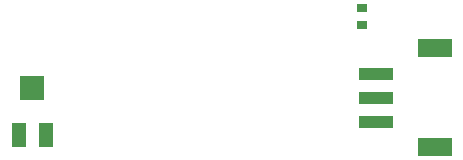
<source format=gtp>
%FSLAX23Y23*%
%MOIN*%
G70*
G01*
G75*
G04 Layer_Color=8421504*
%ADD10R,0.035X0.031*%
%ADD11R,0.079X0.079*%
%ADD12R,0.051X0.079*%
%ADD13R,0.118X0.039*%
%ADD14R,0.118X0.059*%
%ADD15C,0.010*%
%ADD16C,0.079*%
%ADD17C,0.060*%
%ADD18C,0.039*%
%ADD19C,0.236*%
%ADD20C,0.004*%
%ADD21C,0.000*%
%ADD22C,0.000*%
D10*
X1275Y747D02*
D03*
Y803D02*
D03*
D11*
X175Y537D02*
D03*
D12*
X221Y380D02*
D03*
X130D02*
D03*
D13*
X1320Y584D02*
D03*
Y505D02*
D03*
Y426D02*
D03*
Y584D02*
D03*
D14*
X1517Y670D02*
D03*
Y340D02*
D03*
M02*

</source>
